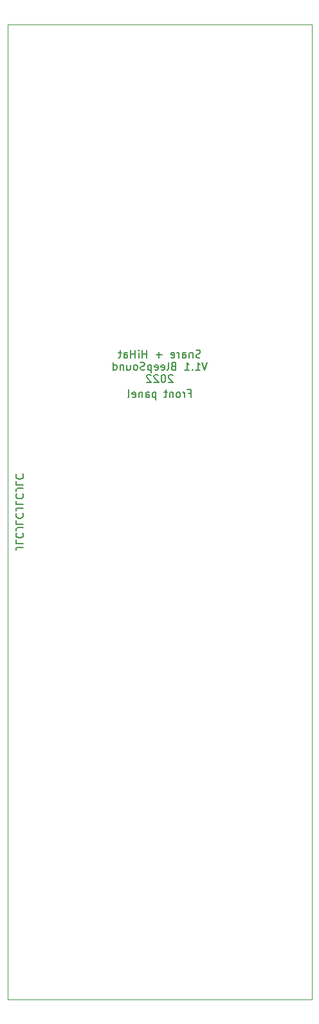
<source format=gbo>
G04 #@! TF.GenerationSoftware,KiCad,Pcbnew,(6.0.6)*
G04 #@! TF.CreationDate,2022-10-26T12:52:20+02:00*
G04 #@! TF.ProjectId,Snare+Hihat,536e6172-652b-4486-9968-61742e6b6963,rev?*
G04 #@! TF.SameCoordinates,Original*
G04 #@! TF.FileFunction,Legend,Bot*
G04 #@! TF.FilePolarity,Positive*
%FSLAX46Y46*%
G04 Gerber Fmt 4.6, Leading zero omitted, Abs format (unit mm)*
G04 Created by KiCad (PCBNEW (6.0.6)) date 2022-10-26 12:52:20*
%MOMM*%
%LPD*%
G01*
G04 APERTURE LIST*
%ADD10C,0.150000*%
G04 #@! TA.AperFunction,Profile*
%ADD11C,0.050000*%
G04 #@! TD*
%ADD12C,0.100000*%
G04 APERTURE END LIST*
D10*
X142833333Y-65694761D02*
X142690476Y-65742380D01*
X142452380Y-65742380D01*
X142357142Y-65694761D01*
X142309523Y-65647142D01*
X142261904Y-65551904D01*
X142261904Y-65456666D01*
X142309523Y-65361428D01*
X142357142Y-65313809D01*
X142452380Y-65266190D01*
X142642857Y-65218571D01*
X142738095Y-65170952D01*
X142785714Y-65123333D01*
X142833333Y-65028095D01*
X142833333Y-64932857D01*
X142785714Y-64837619D01*
X142738095Y-64790000D01*
X142642857Y-64742380D01*
X142404761Y-64742380D01*
X142261904Y-64790000D01*
X141833333Y-65075714D02*
X141833333Y-65742380D01*
X141833333Y-65170952D02*
X141785714Y-65123333D01*
X141690476Y-65075714D01*
X141547619Y-65075714D01*
X141452380Y-65123333D01*
X141404761Y-65218571D01*
X141404761Y-65742380D01*
X140500000Y-65742380D02*
X140500000Y-65218571D01*
X140547619Y-65123333D01*
X140642857Y-65075714D01*
X140833333Y-65075714D01*
X140928571Y-65123333D01*
X140500000Y-65694761D02*
X140595238Y-65742380D01*
X140833333Y-65742380D01*
X140928571Y-65694761D01*
X140976190Y-65599523D01*
X140976190Y-65504285D01*
X140928571Y-65409047D01*
X140833333Y-65361428D01*
X140595238Y-65361428D01*
X140500000Y-65313809D01*
X140023809Y-65742380D02*
X140023809Y-65075714D01*
X140023809Y-65266190D02*
X139976190Y-65170952D01*
X139928571Y-65123333D01*
X139833333Y-65075714D01*
X139738095Y-65075714D01*
X139023809Y-65694761D02*
X139119047Y-65742380D01*
X139309523Y-65742380D01*
X139404761Y-65694761D01*
X139452380Y-65599523D01*
X139452380Y-65218571D01*
X139404761Y-65123333D01*
X139309523Y-65075714D01*
X139119047Y-65075714D01*
X139023809Y-65123333D01*
X138976190Y-65218571D01*
X138976190Y-65313809D01*
X139452380Y-65409047D01*
X137785714Y-65361428D02*
X137023809Y-65361428D01*
X137404761Y-65742380D02*
X137404761Y-64980476D01*
X135785714Y-65742380D02*
X135785714Y-64742380D01*
X135785714Y-65218571D02*
X135214285Y-65218571D01*
X135214285Y-65742380D02*
X135214285Y-64742380D01*
X134738095Y-65742380D02*
X134738095Y-65075714D01*
X134738095Y-64742380D02*
X134785714Y-64790000D01*
X134738095Y-64837619D01*
X134690476Y-64790000D01*
X134738095Y-64742380D01*
X134738095Y-64837619D01*
X134261904Y-65742380D02*
X134261904Y-64742380D01*
X134261904Y-65218571D02*
X133690476Y-65218571D01*
X133690476Y-65742380D02*
X133690476Y-64742380D01*
X132785714Y-65742380D02*
X132785714Y-65218571D01*
X132833333Y-65123333D01*
X132928571Y-65075714D01*
X133119047Y-65075714D01*
X133214285Y-65123333D01*
X132785714Y-65694761D02*
X132880952Y-65742380D01*
X133119047Y-65742380D01*
X133214285Y-65694761D01*
X133261904Y-65599523D01*
X133261904Y-65504285D01*
X133214285Y-65409047D01*
X133119047Y-65361428D01*
X132880952Y-65361428D01*
X132785714Y-65313809D01*
X132452380Y-65075714D02*
X132071428Y-65075714D01*
X132309523Y-64742380D02*
X132309523Y-65599523D01*
X132261904Y-65694761D01*
X132166666Y-65742380D01*
X132071428Y-65742380D01*
X143761904Y-66352380D02*
X143428571Y-67352380D01*
X143095238Y-66352380D01*
X142238095Y-67352380D02*
X142809523Y-67352380D01*
X142523809Y-67352380D02*
X142523809Y-66352380D01*
X142619047Y-66495238D01*
X142714285Y-66590476D01*
X142809523Y-66638095D01*
X141809523Y-67257142D02*
X141761904Y-67304761D01*
X141809523Y-67352380D01*
X141857142Y-67304761D01*
X141809523Y-67257142D01*
X141809523Y-67352380D01*
X140809523Y-67352380D02*
X141380952Y-67352380D01*
X141095238Y-67352380D02*
X141095238Y-66352380D01*
X141190476Y-66495238D01*
X141285714Y-66590476D01*
X141380952Y-66638095D01*
X139285714Y-66828571D02*
X139142857Y-66876190D01*
X139095238Y-66923809D01*
X139047619Y-67019047D01*
X139047619Y-67161904D01*
X139095238Y-67257142D01*
X139142857Y-67304761D01*
X139238095Y-67352380D01*
X139619047Y-67352380D01*
X139619047Y-66352380D01*
X139285714Y-66352380D01*
X139190476Y-66400000D01*
X139142857Y-66447619D01*
X139095238Y-66542857D01*
X139095238Y-66638095D01*
X139142857Y-66733333D01*
X139190476Y-66780952D01*
X139285714Y-66828571D01*
X139619047Y-66828571D01*
X138476190Y-67352380D02*
X138571428Y-67304761D01*
X138619047Y-67209523D01*
X138619047Y-66352380D01*
X137714285Y-67304761D02*
X137809523Y-67352380D01*
X138000000Y-67352380D01*
X138095238Y-67304761D01*
X138142857Y-67209523D01*
X138142857Y-66828571D01*
X138095238Y-66733333D01*
X138000000Y-66685714D01*
X137809523Y-66685714D01*
X137714285Y-66733333D01*
X137666666Y-66828571D01*
X137666666Y-66923809D01*
X138142857Y-67019047D01*
X136857142Y-67304761D02*
X136952380Y-67352380D01*
X137142857Y-67352380D01*
X137238095Y-67304761D01*
X137285714Y-67209523D01*
X137285714Y-66828571D01*
X137238095Y-66733333D01*
X137142857Y-66685714D01*
X136952380Y-66685714D01*
X136857142Y-66733333D01*
X136809523Y-66828571D01*
X136809523Y-66923809D01*
X137285714Y-67019047D01*
X136380952Y-66685714D02*
X136380952Y-67685714D01*
X136380952Y-66733333D02*
X136285714Y-66685714D01*
X136095238Y-66685714D01*
X136000000Y-66733333D01*
X135952380Y-66780952D01*
X135904761Y-66876190D01*
X135904761Y-67161904D01*
X135952380Y-67257142D01*
X136000000Y-67304761D01*
X136095238Y-67352380D01*
X136285714Y-67352380D01*
X136380952Y-67304761D01*
X135523809Y-67304761D02*
X135380952Y-67352380D01*
X135142857Y-67352380D01*
X135047619Y-67304761D01*
X135000000Y-67257142D01*
X134952380Y-67161904D01*
X134952380Y-67066666D01*
X135000000Y-66971428D01*
X135047619Y-66923809D01*
X135142857Y-66876190D01*
X135333333Y-66828571D01*
X135428571Y-66780952D01*
X135476190Y-66733333D01*
X135523809Y-66638095D01*
X135523809Y-66542857D01*
X135476190Y-66447619D01*
X135428571Y-66400000D01*
X135333333Y-66352380D01*
X135095238Y-66352380D01*
X134952380Y-66400000D01*
X134380952Y-67352380D02*
X134476190Y-67304761D01*
X134523809Y-67257142D01*
X134571428Y-67161904D01*
X134571428Y-66876190D01*
X134523809Y-66780952D01*
X134476190Y-66733333D01*
X134380952Y-66685714D01*
X134238095Y-66685714D01*
X134142857Y-66733333D01*
X134095238Y-66780952D01*
X134047619Y-66876190D01*
X134047619Y-67161904D01*
X134095238Y-67257142D01*
X134142857Y-67304761D01*
X134238095Y-67352380D01*
X134380952Y-67352380D01*
X133190476Y-66685714D02*
X133190476Y-67352380D01*
X133619047Y-66685714D02*
X133619047Y-67209523D01*
X133571428Y-67304761D01*
X133476190Y-67352380D01*
X133333333Y-67352380D01*
X133238095Y-67304761D01*
X133190476Y-67257142D01*
X132714285Y-66685714D02*
X132714285Y-67352380D01*
X132714285Y-66780952D02*
X132666666Y-66733333D01*
X132571428Y-66685714D01*
X132428571Y-66685714D01*
X132333333Y-66733333D01*
X132285714Y-66828571D01*
X132285714Y-67352380D01*
X131380952Y-67352380D02*
X131380952Y-66352380D01*
X131380952Y-67304761D02*
X131476190Y-67352380D01*
X131666666Y-67352380D01*
X131761904Y-67304761D01*
X131809523Y-67257142D01*
X131857142Y-67161904D01*
X131857142Y-66876190D01*
X131809523Y-66780952D01*
X131761904Y-66733333D01*
X131666666Y-66685714D01*
X131476190Y-66685714D01*
X131380952Y-66733333D01*
X139214285Y-68057619D02*
X139166666Y-68010000D01*
X139071428Y-67962380D01*
X138833333Y-67962380D01*
X138738095Y-68010000D01*
X138690476Y-68057619D01*
X138642857Y-68152857D01*
X138642857Y-68248095D01*
X138690476Y-68390952D01*
X139261904Y-68962380D01*
X138642857Y-68962380D01*
X138023809Y-67962380D02*
X137928571Y-67962380D01*
X137833333Y-68010000D01*
X137785714Y-68057619D01*
X137738095Y-68152857D01*
X137690476Y-68343333D01*
X137690476Y-68581428D01*
X137738095Y-68771904D01*
X137785714Y-68867142D01*
X137833333Y-68914761D01*
X137928571Y-68962380D01*
X138023809Y-68962380D01*
X138119047Y-68914761D01*
X138166666Y-68867142D01*
X138214285Y-68771904D01*
X138261904Y-68581428D01*
X138261904Y-68343333D01*
X138214285Y-68152857D01*
X138166666Y-68057619D01*
X138119047Y-68010000D01*
X138023809Y-67962380D01*
X137309523Y-68057619D02*
X137261904Y-68010000D01*
X137166666Y-67962380D01*
X136928571Y-67962380D01*
X136833333Y-68010000D01*
X136785714Y-68057619D01*
X136738095Y-68152857D01*
X136738095Y-68248095D01*
X136785714Y-68390952D01*
X137357142Y-68962380D01*
X136738095Y-68962380D01*
X136357142Y-68057619D02*
X136309523Y-68010000D01*
X136214285Y-67962380D01*
X135976190Y-67962380D01*
X135880952Y-68010000D01*
X135833333Y-68057619D01*
X135785714Y-68152857D01*
X135785714Y-68248095D01*
X135833333Y-68390952D01*
X136404761Y-68962380D01*
X135785714Y-68962380D01*
X119547619Y-90619047D02*
X118833333Y-90619047D01*
X118690476Y-90666666D01*
X118595238Y-90761904D01*
X118547619Y-90904761D01*
X118547619Y-91000000D01*
X118547619Y-89666666D02*
X118547619Y-90142857D01*
X119547619Y-90142857D01*
X118642857Y-88761904D02*
X118595238Y-88809523D01*
X118547619Y-88952380D01*
X118547619Y-89047619D01*
X118595238Y-89190476D01*
X118690476Y-89285714D01*
X118785714Y-89333333D01*
X118976190Y-89380952D01*
X119119047Y-89380952D01*
X119309523Y-89333333D01*
X119404761Y-89285714D01*
X119500000Y-89190476D01*
X119547619Y-89047619D01*
X119547619Y-88952380D01*
X119500000Y-88809523D01*
X119452380Y-88761904D01*
X119547619Y-88047619D02*
X118833333Y-88047619D01*
X118690476Y-88095238D01*
X118595238Y-88190476D01*
X118547619Y-88333333D01*
X118547619Y-88428571D01*
X118547619Y-87095238D02*
X118547619Y-87571428D01*
X119547619Y-87571428D01*
X118642857Y-86190476D02*
X118595238Y-86238095D01*
X118547619Y-86380952D01*
X118547619Y-86476190D01*
X118595238Y-86619047D01*
X118690476Y-86714285D01*
X118785714Y-86761904D01*
X118976190Y-86809523D01*
X119119047Y-86809523D01*
X119309523Y-86761904D01*
X119404761Y-86714285D01*
X119500000Y-86619047D01*
X119547619Y-86476190D01*
X119547619Y-86380952D01*
X119500000Y-86238095D01*
X119452380Y-86190476D01*
X119547619Y-85476190D02*
X118833333Y-85476190D01*
X118690476Y-85523809D01*
X118595238Y-85619047D01*
X118547619Y-85761904D01*
X118547619Y-85857142D01*
X118547619Y-84523809D02*
X118547619Y-85000000D01*
X119547619Y-85000000D01*
X118642857Y-83619047D02*
X118595238Y-83666666D01*
X118547619Y-83809523D01*
X118547619Y-83904761D01*
X118595238Y-84047619D01*
X118690476Y-84142857D01*
X118785714Y-84190476D01*
X118976190Y-84238095D01*
X119119047Y-84238095D01*
X119309523Y-84190476D01*
X119404761Y-84142857D01*
X119500000Y-84047619D01*
X119547619Y-83904761D01*
X119547619Y-83809523D01*
X119500000Y-83666666D01*
X119452380Y-83619047D01*
X119547619Y-82904761D02*
X118833333Y-82904761D01*
X118690476Y-82952380D01*
X118595238Y-83047619D01*
X118547619Y-83190476D01*
X118547619Y-83285714D01*
X118547619Y-81952380D02*
X118547619Y-82428571D01*
X119547619Y-82428571D01*
X118642857Y-81047619D02*
X118595238Y-81095238D01*
X118547619Y-81238095D01*
X118547619Y-81333333D01*
X118595238Y-81476190D01*
X118690476Y-81571428D01*
X118785714Y-81619047D01*
X118976190Y-81666666D01*
X119119047Y-81666666D01*
X119309523Y-81619047D01*
X119404761Y-81571428D01*
X119500000Y-81476190D01*
X119547619Y-81333333D01*
X119547619Y-81238095D01*
X119500000Y-81095238D01*
X119452380Y-81047619D01*
X141285714Y-70428571D02*
X141619047Y-70428571D01*
X141619047Y-70952380D02*
X141619047Y-69952380D01*
X141142857Y-69952380D01*
X140761904Y-70952380D02*
X140761904Y-70285714D01*
X140761904Y-70476190D02*
X140714285Y-70380952D01*
X140666666Y-70333333D01*
X140571428Y-70285714D01*
X140476190Y-70285714D01*
X140000000Y-70952380D02*
X140095238Y-70904761D01*
X140142857Y-70857142D01*
X140190476Y-70761904D01*
X140190476Y-70476190D01*
X140142857Y-70380952D01*
X140095238Y-70333333D01*
X140000000Y-70285714D01*
X139857142Y-70285714D01*
X139761904Y-70333333D01*
X139714285Y-70380952D01*
X139666666Y-70476190D01*
X139666666Y-70761904D01*
X139714285Y-70857142D01*
X139761904Y-70904761D01*
X139857142Y-70952380D01*
X140000000Y-70952380D01*
X139238095Y-70285714D02*
X139238095Y-70952380D01*
X139238095Y-70380952D02*
X139190476Y-70333333D01*
X139095238Y-70285714D01*
X138952380Y-70285714D01*
X138857142Y-70333333D01*
X138809523Y-70428571D01*
X138809523Y-70952380D01*
X138476190Y-70285714D02*
X138095238Y-70285714D01*
X138333333Y-69952380D02*
X138333333Y-70809523D01*
X138285714Y-70904761D01*
X138190476Y-70952380D01*
X138095238Y-70952380D01*
X137000000Y-70285714D02*
X137000000Y-71285714D01*
X137000000Y-70333333D02*
X136904761Y-70285714D01*
X136714285Y-70285714D01*
X136619047Y-70333333D01*
X136571428Y-70380952D01*
X136523809Y-70476190D01*
X136523809Y-70761904D01*
X136571428Y-70857142D01*
X136619047Y-70904761D01*
X136714285Y-70952380D01*
X136904761Y-70952380D01*
X137000000Y-70904761D01*
X135666666Y-70952380D02*
X135666666Y-70428571D01*
X135714285Y-70333333D01*
X135809523Y-70285714D01*
X136000000Y-70285714D01*
X136095238Y-70333333D01*
X135666666Y-70904761D02*
X135761904Y-70952380D01*
X136000000Y-70952380D01*
X136095238Y-70904761D01*
X136142857Y-70809523D01*
X136142857Y-70714285D01*
X136095238Y-70619047D01*
X136000000Y-70571428D01*
X135761904Y-70571428D01*
X135666666Y-70523809D01*
X135190476Y-70285714D02*
X135190476Y-70952380D01*
X135190476Y-70380952D02*
X135142857Y-70333333D01*
X135047619Y-70285714D01*
X134904761Y-70285714D01*
X134809523Y-70333333D01*
X134761904Y-70428571D01*
X134761904Y-70952380D01*
X133904761Y-70904761D02*
X134000000Y-70952380D01*
X134190476Y-70952380D01*
X134285714Y-70904761D01*
X134333333Y-70809523D01*
X134333333Y-70428571D01*
X134285714Y-70333333D01*
X134190476Y-70285714D01*
X134000000Y-70285714D01*
X133904761Y-70333333D01*
X133857142Y-70428571D01*
X133857142Y-70523809D01*
X134333333Y-70619047D01*
X133285714Y-70952380D02*
X133380952Y-70904761D01*
X133428571Y-70809523D01*
X133428571Y-69952380D01*
D11*
X117500000Y-22000000D02*
X117499999Y-145500001D01*
X117500000Y-150000000D02*
X117499999Y-145500001D01*
X117500000Y-22000000D02*
X157500000Y-22000000D01*
X157500000Y-150000000D02*
X117500000Y-150000000D01*
X157500000Y-22000000D02*
X157500000Y-150000000D01*
%LPC*%
D12*
G36*
X151000000Y-111500000D02*
G01*
X146000000Y-111500000D01*
X146000000Y-106500000D01*
X151000000Y-106500000D01*
X151000000Y-111500000D01*
G37*
X151000000Y-111500000D02*
X146000000Y-111500000D01*
X146000000Y-106500000D01*
X151000000Y-106500000D01*
X151000000Y-111500000D01*
G36*
X129000000Y-111500000D02*
G01*
X124000000Y-111500000D01*
X124000000Y-106500000D01*
X129000000Y-106500000D01*
X129000000Y-111500000D01*
G37*
X129000000Y-111500000D02*
X124000000Y-111500000D01*
X124000000Y-106500000D01*
X129000000Y-106500000D01*
X129000000Y-111500000D01*
M02*

</source>
